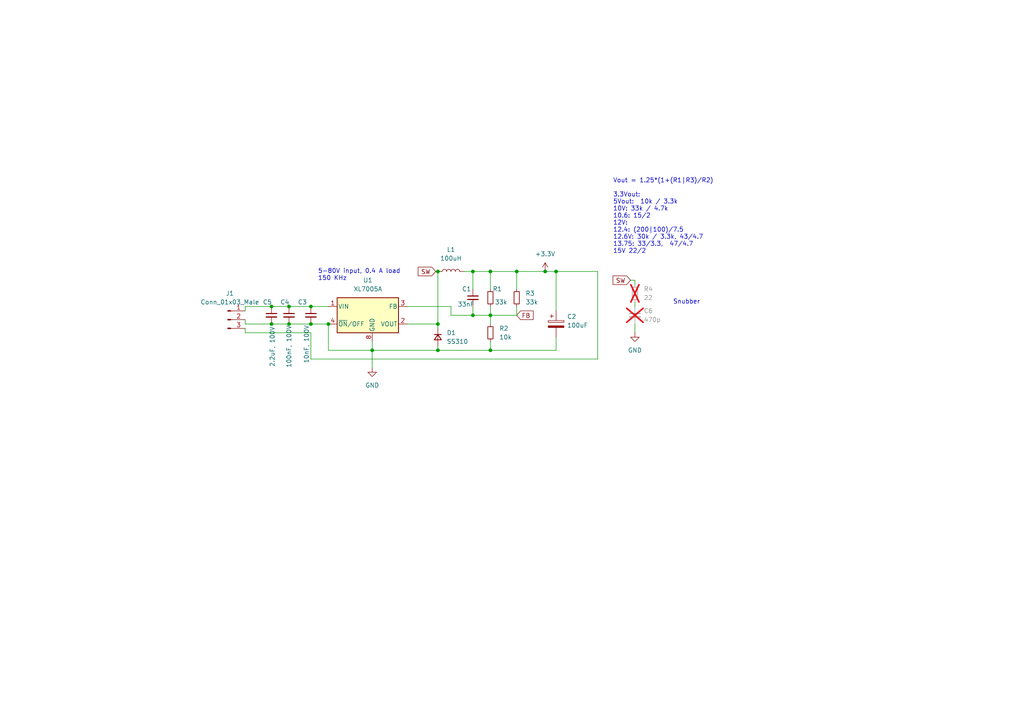
<source format=kicad_sch>
(kicad_sch (version 20231120) (generator "eeschema") (generator_version "8.0")
  (paper "A4")
  (lib_symbols
    (symbol "Connector:Conn_01x03_Male" (pin_names (offset 1.016) hide)
      (property "Reference" "J" (at 0 5.08 0))
      (property "Value" "Conn_01x03_Male" (at 0 -5.08 0))
      (symbol "Conn_01x03_Male_1_1"
        (polyline (pts (xy 1.27 -2.54) (xy 0.8636 -2.54)) (stroke (width 0.1524)))
        (polyline (pts (xy 1.27 0) (xy 0.8636 0)) (stroke (width 0.1524)))
        (polyline (pts (xy 1.27 2.54) (xy 0.8636 2.54)) (stroke (width 0.1524)))
        (rectangle (start 0.8636 -2.413) (end 0 -2.667) (stroke (width 0.1524)) (fill (type outline)))
        (rectangle (start 0.8636 0.127) (end 0 -0.127) (stroke (width 0.1524)) (fill (type outline)))
        (rectangle (start 0.8636 2.667) (end 0 2.413) (stroke (width 0.1524)) (fill (type outline)))
        (pin passive line (at 5.08 2.54 180) (length 3.81) (name "Pin_1") (number "1"))
        (pin passive line (at 5.08 0 180) (length 3.81) (name "Pin_2") (number "2"))
        (pin passive line (at 5.08 -2.54 180) (length 3.81) (name "Pin_3") (number "3"))
      )
    )
    (symbol "Device:C_Polarized" (pin_numbers hide) (pin_names (offset 0.254))
      (property "Reference" "C" (at 0.635 2.54 0))
      (property "Value" "C_Polarized" (at 0.635 -2.54 0))
      (symbol "C_Polarized_0_1"
        (rectangle (start -2.286 0.508) (end 2.286 1.016))
        (polyline (pts (xy -1.778 2.286) (xy -0.762 2.286)))
        (polyline (pts (xy -1.27 2.794) (xy -1.27 1.778)))
        (rectangle (start 2.286 -0.508) (end -2.286 -1.016) (fill (type outline)))
      )
      (symbol "C_Polarized_1_1"
        (pin passive line (at 0 3.81 270) (length 2.794) (name "~") (number "1"))
        (pin passive line (at 0 -3.81 90) (length 2.794) (name "~") (number "2"))
      )
    )
    (symbol "Device:C_Small" (pin_numbers hide) (pin_names (offset 0.254) hide)
      (property "Reference" "C" (at 0.254 1.778 0))
      (property "Value" "C_Small" (at 0.254 -2.032 0))
      (symbol "C_Small_0_1"
        (polyline (pts (xy -1.524 -0.508) (xy 1.524 -0.508)) (stroke (width 0.3302)))
        (polyline (pts (xy -1.524 0.508) (xy 1.524 0.508)) (stroke (width 0.3048)))
      )
      (symbol "C_Small_1_1"
        (pin passive line (at 0 2.54 270) (length 2.032) (name "~") (number "1"))
        (pin passive line (at 0 -2.54 90) (length 2.032) (name "~") (number "2"))
      )
    )
    (symbol "Device:L" (pin_numbers hide) (pin_names (offset 1.016) hide)
      (property "Reference" "L" (at -1.27 0 90))
      (property "Value" "L" (at 1.905 0 90))
      (symbol "L_0_1"
        (arc (start 0 -2.54) (mid 0.6323 -1.905) (end 0 -1.27))
        (arc (start 0 -1.27) (mid 0.6323 -0.635) (end 0 0))
        (arc (start 0 0) (mid 0.6323 0.635) (end 0 1.27))
        (arc (start 0 1.27) (mid 0.6323 1.905) (end 0 2.54))
      )
      (symbol "L_1_1"
        (pin passive line (at 0 3.81 270) (length 1.27) (name "1") (number "1"))
        (pin passive line (at 0 -3.81 90) (length 1.27) (name "2") (number "2"))
      )
    )
    (symbol "Device:R_Small" (pin_numbers hide) (pin_names (offset 0.254) hide)
      (property "Reference" "R" (at 0.762 0.508 0))
      (property "Value" "R_Small" (at 0.762 -1.016 0))
      (symbol "R_Small_0_1"
        (rectangle (start -0.762 1.778) (end 0.762 -1.778) (stroke (width 0.2032)))
      )
      (symbol "R_Small_1_1"
        (pin passive line (at 0 2.54 270) (length 0.762) (name "~") (number "1"))
        (pin passive line (at 0 -2.54 90) (length 0.762) (name "~") (number "2"))
      )
    )
    (symbol "open-pe:SS310" (pin_numbers hide) (pin_names (offset 0.254) hide)
      (property "Reference" "D" (at -1.27 2.032 0))
      (property "Value" "SS310" (at -3.81 -2.032 0))
      (symbol "SS310_0_1"
        (polyline (pts (xy -0.762 -1.016) (xy -0.762 1.016)) (stroke (width 0.254)))
        (polyline (pts (xy -0.762 0) (xy 0.762 0)))
        (polyline (pts (xy 0.762 -1.016) (xy -0.762 0) (xy 0.762 1.016) (xy 0.762 -1.016)) (stroke (width 0.254)))
      )
      (symbol "SS310_1_1"
        (pin passive line (at -2.54 0 0) (length 1.778) (name "K") (number "1"))
        (pin passive line (at 2.54 0 180) (length 1.778) (name "A") (number "2"))
      )
    )
    (symbol "open-pe:XL7005A" (pin_names (offset 0.254))
      (property "Reference" "U6" (at 5.08 -6.35 0))
      (property "Value" "XL7005A" (at -1.27 0.635 0))
      (symbol "XL7005A_0_1"
        (rectangle (start -10.16 5.08) (end 7.62 -5.08) (stroke (width 0.254)) (fill (type background)))
      )
      (symbol "XL7005A_1_1"
        (pin power_in line (at -12.7 2.54 0) (length 2.54) (name "VIN") (number "1"))
        (pin output line (at 10.16 -2.54 180) (length 2.54) (name "VOUT") (number "2"))
        (pin passive line (at 10.16 2.54 180) (length 2.54) (name "FB") (number "3"))
        (pin input line (at -12.7 -2.54 0) (length 2.54) (name "~{ON}/OFF") (number "4"))
        (pin passive line (at 0 -7.62 90) (length 2.54) hide (name "GND") (number "5"))
        (pin passive line (at 0 -7.62 90) (length 2.54) hide (name "GND") (number "6"))
        (pin passive line (at 0 -7.62 90) (length 2.54) hide (name "GND") (number "7"))
        (pin power_in line (at 0 -7.62 90) (length 2.54) (name "GND") (number "8"))
      )
    )
    (symbol "power:+3.3V" (power) (pin_names (offset 0))
      (property "Value" "+3.3V" (at 0 3.556 0))
      (symbol "+3.3V_0_1"
        (polyline (pts (xy -0.762 1.27) (xy 0 2.54)))
        (polyline (pts (xy 0 0) (xy 0 2.54)))
        (polyline (pts (xy 0 2.54) (xy 0.762 1.27)))
      )
      (symbol "+3.3V_1_1"
        (pin power_in line (at 0 0 90) (length 0) hide (name "+3.3V") (number "1"))
      )
    )
    (symbol "power:GND" (power) (pin_names (offset 0))
      (property "Value" "GND" (at 0 -3.81 0))
      (symbol "GND_0_1"
        (polyline (pts (xy 0 0) (xy 0 -1.27) (xy 1.27 -1.27) (xy 0 -2.54) (xy -1.27 -1.27) (xy 0 -1.27)))
      )
      (symbol "GND_1_1"
        (pin power_in line (at 0 0 270) (length 0) hide (name "GND") (number "1"))
      )
    )
  )
  (junction (at 137.16 91.44))
  (junction (at 90.17 88.9))
  (junction (at 95.25 93.98))
  (junction (at 78.74 93.98))
  (junction (at 149.86 78.74))
  (junction (at 127 101.6))
  (junction (at 158.115 78.74))
  (junction (at 78.74 88.9))
  (junction (at 137.16 78.74))
  (junction (at 127 78.74))
  (junction (at 127 93.98))
  (junction (at 161.29 78.74))
  (junction (at 107.95 101.6))
  (junction (at 142.24 101.6))
  (junction (at 83.82 93.98))
  (junction (at 83.82 88.9))
  (junction (at 142.24 91.44))
  (junction (at 90.17 93.98))
  (junction (at 142.24 78.74))
  (wire (pts (xy 107.95 101.6) (xy 127 101.6)))
  (wire (pts (xy 142.24 88.9) (xy 142.24 91.44)))
  (wire (pts (xy 149.86 78.74) (xy 149.86 83.82)))
  (wire (pts (xy 137.16 88.9) (xy 137.16 91.44)))
  (wire (pts (xy 95.25 93.98) (xy 95.25 101.6)))
  (wire (pts (xy 127 93.98) (xy 127 95.25)))
  (wire (pts (xy 71.12 93.98) (xy 71.12 92.71)))
  (wire (pts (xy 130.81 91.44) (xy 130.81 88.9)))
  (wire (pts (xy 142.24 91.44) (xy 142.24 93.98)))
  (wire (pts (xy 161.29 78.74) (xy 158.115 78.74)))
  (wire (pts (xy 127 101.6) (xy 142.24 101.6)))
  (wire (pts (xy 130.81 88.9) (xy 118.11 88.9)))
  (wire (pts (xy 90.17 96.52) (xy 90.17 104.14)))
  (wire (pts (xy 137.16 91.44) (xy 142.24 91.44)))
  (wire (pts (xy 149.86 88.9) (xy 149.86 91.44)))
  (wire (pts (xy 142.24 91.44) (xy 149.86 91.44)))
  (wire (pts (xy 90.17 88.9) (xy 95.25 88.9)))
  (wire (pts (xy 90.17 93.98) (xy 95.25 93.98)))
  (wire (pts (xy 127 78.74) (xy 127 93.98)))
  (wire (pts (xy 142.24 78.74) (xy 149.86 78.74)))
  (wire (pts (xy 107.95 101.6) (xy 107.95 106.68)))
  (wire (pts (xy 142.24 78.74) (xy 142.24 83.82)))
  (wire (pts (xy 161.29 101.6) (xy 161.29 97.79)))
  (wire (pts (xy 127 100.33) (xy 127 101.6)))
  (wire (pts (xy 137.16 78.74) (xy 137.16 83.82)))
  (wire (pts (xy 173.355 78.74) (xy 161.29 78.74)))
  (wire (pts (xy 126.365 78.74) (xy 127 78.74)))
  (wire (pts (xy 134.62 78.74) (xy 137.16 78.74)))
  (wire (pts (xy 149.86 78.74) (xy 158.115 78.74)))
  (wire (pts (xy 118.11 93.98) (xy 127 93.98)))
  (wire (pts (xy 137.16 78.74) (xy 142.24 78.74)))
  (wire (pts (xy 71.12 88.9) (xy 71.12 90.17)))
  (wire (pts (xy 182.88 81.28) (xy 184.15 81.28)))
  (wire (pts (xy 83.82 93.98) (xy 90.17 93.98)))
  (wire (pts (xy 90.17 104.14) (xy 173.355 104.14)))
  (wire (pts (xy 71.12 96.52) (xy 71.12 95.25)))
  (wire (pts (xy 71.12 96.52) (xy 90.17 96.52)))
  (wire (pts (xy 184.15 87.63) (xy 184.15 88.9)))
  (wire (pts (xy 173.355 104.14) (xy 173.355 78.74)))
  (wire (pts (xy 83.82 88.9) (xy 90.17 88.9)))
  (wire (pts (xy 184.15 93.98) (xy 184.15 96.52)))
  (wire (pts (xy 107.95 99.06) (xy 107.95 101.6)))
  (wire (pts (xy 142.24 99.06) (xy 142.24 101.6)))
  (wire (pts (xy 130.81 91.44) (xy 137.16 91.44)))
  (wire (pts (xy 78.74 93.98) (xy 83.82 93.98)))
  (wire (pts (xy 78.74 88.9) (xy 83.82 88.9)))
  (wire (pts (xy 71.12 88.9) (xy 78.74 88.9)))
  (wire (pts (xy 161.29 78.74) (xy 161.29 90.17)))
  (wire (pts (xy 142.24 101.6) (xy 161.29 101.6)))
  (wire (pts (xy 107.95 101.6) (xy 95.25 101.6)))
  (wire (pts (xy 184.15 81.28) (xy 184.15 82.55)))
  (wire (pts (xy 127 78.74) (xy 127.635 78.74)))
  (wire (pts (xy 71.12 93.98) (xy 78.74 93.98)))
  (text "Snubber" (at 199.136 87.63 0) (effects (font (size 1.27 1.27))))
  (text "5-80V input, 0.4 A load\n150 KHz" (at 92.202 81.534 0) (effects (font (size 1.27 1.27)) (justify left bottom)))
  (text "Vout = 1.25*(1+(R1|R3)/R2)\n\n3.3Vout: \n5Vout:  10k / 3.3k\n10V: 33k / 4.7k\n10.6: 15/2\n12V:\n12.4: (200|100)/7.5\n12.6V: 30k / 3.3k, 43/4.7\n13.75: 33/3.3,  47/4.7\n15V 22/2" (at 177.8 73.66 0) (effects (font (size 1.27 1.27)) (justify left bottom)))
  (global_label "FB" (shape input) (at 149.86 91.44 0) (property "Intersheetrefs" "${INTERSHEET_REFS}" (effects (hide yes))))
  (global_label "SW" (shape input) (at 126.365 78.74 180) (property "Intersheetrefs" "${INTERSHEET_REFS}" (effects (hide yes))))
  (global_label "SW" (shape input) (at 182.88 81.28 180) (property "Intersheetrefs" "${INTERSHEET_REFS}" (effects (hide yes))))
  (symbol (lib_id "Device:C_Small") (at 83.82 91.44 0) (unit 1)
    (property "Reference" "C4" (at 81.28 87.63 0) (effects (justify left)))
    (property "Value" "100nF, 100V" (at 83.82 106.68 90) (effects (justify left)))
    (property "Footprint" "Capacitor_SMD:C_1206_3216Metric" (effects (hide yes)))
  )
  (symbol (lib_id "Connector:Conn_01x03_Male") (at 66.04 92.71 0) (unit 1)
    (property "Reference" "J1" (at 66.675 85.09 0))
    (property "Value" "Conn_01x03_Male" (at 66.675 87.63 0))
    (property "Footprint" "Connector_PinHeader_2.54mm:PinHeader_1x03_P2.54mm_Vertical" (effects (hide yes)))
  )
  (symbol (lib_id "power:GND") (at 107.95 106.68 0) (unit 1)
    (property "Reference" "#PWR0102" (effects (hide yes)))
    (property "Value" "GND" (at 107.95 111.76 0))
  )
  (symbol (lib_id "Device:C_Small") (at 137.16 86.36 0) (unit 1)
    (property "Reference" "C1" (at 133.985 83.82 0) (effects (justify left)))
    (property "Value" "33nF" (at 132.715 88.265 0) (effects (justify left)))
    (property "Footprint" "Capacitor_SMD:C_0805_2012Metric" (effects (hide yes)))
  )
  (symbol (lib_id "Device:R_Small") (at 142.24 86.36 0) (unit 1)
    (property "Reference" "R1" (at 142.875 83.82 0) (effects (justify left)))
    (property "Value" "33k" (at 143.51 87.63 0) (effects (justify left)))
    (property "Footprint" "Resistor_SMD:R_0805_2012Metric" (effects (hide yes)))
  )
  (symbol (lib_id "Device:C_Small") (at 184.15 91.44 0) (unit 1) (in_bom no) (dnp yes)
    (property "Reference" "C6" (at 186.69 90.1763 0) (effects (justify left)))
    (property "Value" "470p" (at 186.69 92.7163 0) (effects (justify left)))
    (property "Footprint" "Capacitor_SMD:C_0603_1608Metric" (effects (hide yes)))
  )
  (symbol (lib_id "power:GND") (at 184.15 96.52 0) (unit 1)
    (property "Reference" "#PWR01" (effects (hide yes)))
    (property "Value" "GND" (at 184.15 101.6 0))
  )
  (symbol (lib_id "Device:C_Small") (at 78.74 91.44 0) (unit 1)
    (property "Reference" "C5" (at 76.2 87.63 0) (effects (justify left)))
    (property "Value" "2.2uF, 100V" (at 78.994 106.426 90) (effects (justify left)))
    (property "Footprint" "Capacitor_SMD:C_1206_3216Metric" (effects (hide yes)))
  )
  (symbol (lib_id "Device:R_Small") (at 149.86 86.36 0) (unit 1)
    (property "Reference" "R3" (at 152.4 85.0899 0) (effects (justify left)))
    (property "Value" "33k" (at 152.4 87.6299 0) (effects (justify left)))
    (property "Footprint" "Resistor_SMD:R_0805_2012Metric" (effects (hide yes)))
  )
  (symbol (lib_id "Device:R_Small") (at 184.15 85.09 0) (unit 1) (in_bom no) (dnp yes)
    (property "Reference" "R4" (at 186.69 83.82 0) (effects (justify left)))
    (property "Value" "22" (at 186.69 86.36 0) (effects (justify left)))
    (property "Footprint" "Resistor_SMD:R_0603_1608Metric" (effects (hide yes)))
  )
  (symbol (lib_id "Device:L") (at 130.81 78.74 90) (unit 1)
    (property "Reference" "L1" (at 130.81 72.39 90))
    (property "Value" "100uH" (at 130.81 74.93 90))
    (property "Footprint" "Inductor_SMD:L_Taiyo-Yuden_NR-50xx_HandSoldering" (effects (hide yes)))
  )
  (symbol (lib_id "open-pe:XL7005A") (at 107.95 91.44 0) (unit 1)
    (property "Reference" "U1" (at 106.68 81.28 0))
    (property "Value" "XL7005A" (at 106.68 83.82 0))
    (property "Footprint" "Package_SO:SOIC-8_3.9x4.9mm_P1.27mm" (effects (hide yes)))
  )
  (symbol (lib_id "power:+3.3V") (at 158.115 78.74 0) (unit 1)
    (property "Reference" "#PWR0101" (effects (hide yes)))
    (property "Value" "+3.3V" (at 158.115 73.66 0))
  )
  (symbol (lib_id "Device:R_Small") (at 142.24 96.52 0) (unit 1)
    (property "Reference" "R2" (at 144.78 95.2499 0) (effects (justify left)))
    (property "Value" "10k" (at 144.78 97.7899 0) (effects (justify left)))
    (property "Footprint" "Resistor_SMD:R_0805_2012Metric" (effects (hide yes)))
  )
  (symbol (lib_id "Device:C_Small") (at 90.17 91.44 0) (unit 1)
    (property "Reference" "C3" (at 86.36 87.63 0) (effects (justify left)))
    (property "Value" "10nF, 100V" (at 88.9 105.41 90) (effects (justify left)))
    (property "Footprint" "Capacitor_SMD:C_0805_2012Metric" (effects (hide yes)))
  )
  (symbol (lib_id "open-pe:SS310") (at 127 97.79 270) (unit 1)
    (property "Reference" "D1" (at 129.54 96.5199 90) (effects (justify left)))
    (property "Value" "SS310" (at 129.54 99.0599 90) (effects (justify left)))
    (property "Footprint" "Diode_SMD:D_SMA_Handsoldering" (effects (hide yes)))
    (property "Datasheet" "https://www.mouser.de/datasheet/2/395/SS32_SERIES_O2102-2822111.pdf" (effects (hide yes)))
  )
  (symbol (lib_id "Device:C_Polarized") (at 161.29 93.98 0) (unit 1)
    (property "Reference" "C2" (at 164.465 91.8209 0) (effects (justify left)))
    (property "Value" "100uF" (at 164.465 94.3609 0) (effects (justify left)))
    (property "Footprint" "Capacitor_SMD:CP_Elec_6.3x5.9" (effects (hide yes)))
  )
)
</source>
